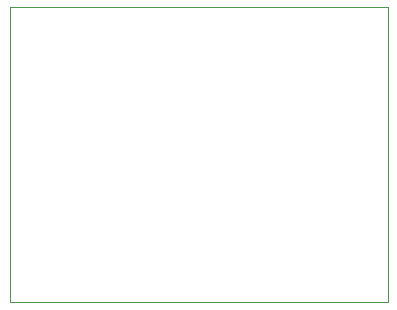
<source format=gbr>
%TF.GenerationSoftware,KiCad,Pcbnew,8.0.2*%
%TF.CreationDate,2025-01-19T23:34:00+01:00*%
%TF.ProjectId,DFPlayer_ADD_ON,4446506c-6179-4657-925f-4144445f4f4e,rev?*%
%TF.SameCoordinates,Original*%
%TF.FileFunction,Profile,NP*%
%FSLAX46Y46*%
G04 Gerber Fmt 4.6, Leading zero omitted, Abs format (unit mm)*
G04 Created by KiCad (PCBNEW 8.0.2) date 2025-01-19 23:34:00*
%MOMM*%
%LPD*%
G01*
G04 APERTURE LIST*
%TA.AperFunction,Profile*%
%ADD10C,0.050000*%
%TD*%
G04 APERTURE END LIST*
D10*
X118500000Y-74500000D02*
X150500000Y-74500000D01*
X150500000Y-99500000D01*
X118500000Y-99500000D01*
X118500000Y-74500000D01*
M02*

</source>
